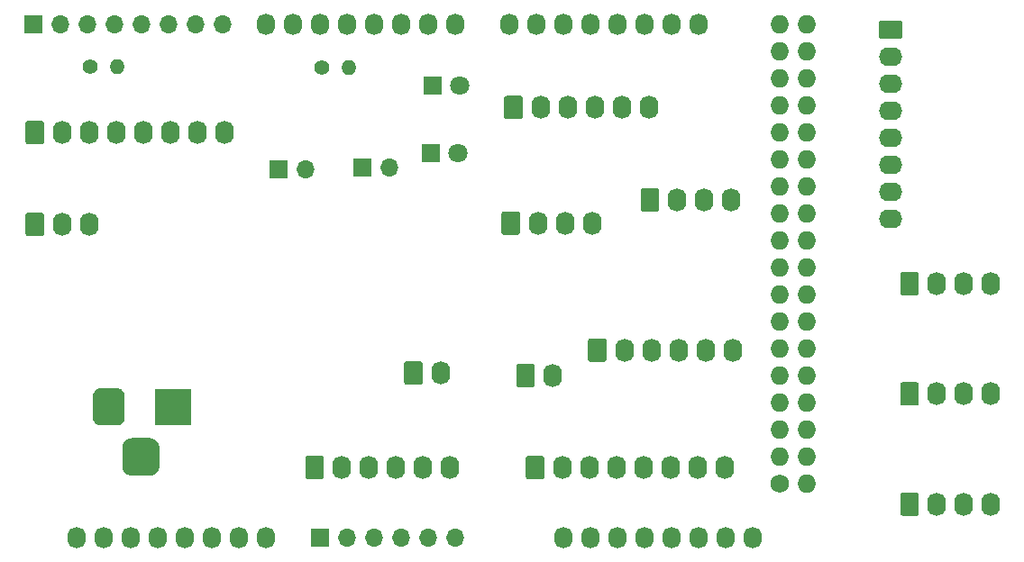
<source format=gbr>
G04 #@! TF.GenerationSoftware,KiCad,Pcbnew,(5.1.5-0-10_14)*
G04 #@! TF.CreationDate,2021-10-24T14:58:30+10:00*
G04 #@! TF.ProjectId,Hornet Forward Output Shield,486f726e-6574-4204-966f-727761726420,rev?*
G04 #@! TF.SameCoordinates,Original*
G04 #@! TF.FileFunction,Soldermask,Top*
G04 #@! TF.FilePolarity,Negative*
%FSLAX46Y46*%
G04 Gerber Fmt 4.6, Leading zero omitted, Abs format (unit mm)*
G04 Created by KiCad (PCBNEW (5.1.5-0-10_14)) date 2021-10-24 14:58:30*
%MOMM*%
%LPD*%
G04 APERTURE LIST*
%ADD10O,1.740000X2.200000*%
%ADD11C,0.100000*%
%ADD12R,3.500000X3.500000*%
%ADD13O,1.700000X1.700000*%
%ADD14R,1.700000X1.700000*%
%ADD15O,2.200000X1.740000*%
%ADD16C,1.400000*%
%ADD17O,1.400000X1.400000*%
%ADD18C,1.800000*%
%ADD19R,1.800000X1.800000*%
%ADD20C,1.727200*%
%ADD21O,1.727200X1.727200*%
%ADD22O,1.727200X2.032000*%
G04 APERTURE END LIST*
D10*
X166370000Y-112522000D03*
X163830000Y-112522000D03*
X161290000Y-112522000D03*
X158750000Y-112522000D03*
X156210000Y-112522000D03*
D11*
G36*
X154314505Y-111423204D02*
G01*
X154338773Y-111426804D01*
X154362572Y-111432765D01*
X154385671Y-111441030D01*
X154407850Y-111451520D01*
X154428893Y-111464132D01*
X154448599Y-111478747D01*
X154466777Y-111495223D01*
X154483253Y-111513401D01*
X154497868Y-111533107D01*
X154510480Y-111554150D01*
X154520970Y-111576329D01*
X154529235Y-111599428D01*
X154535196Y-111623227D01*
X154538796Y-111647495D01*
X154540000Y-111671999D01*
X154540000Y-113372001D01*
X154538796Y-113396505D01*
X154535196Y-113420773D01*
X154529235Y-113444572D01*
X154520970Y-113467671D01*
X154510480Y-113489850D01*
X154497868Y-113510893D01*
X154483253Y-113530599D01*
X154466777Y-113548777D01*
X154448599Y-113565253D01*
X154428893Y-113579868D01*
X154407850Y-113592480D01*
X154385671Y-113602970D01*
X154362572Y-113611235D01*
X154338773Y-113617196D01*
X154314505Y-113620796D01*
X154290001Y-113622000D01*
X153049999Y-113622000D01*
X153025495Y-113620796D01*
X153001227Y-113617196D01*
X152977428Y-113611235D01*
X152954329Y-113602970D01*
X152932150Y-113592480D01*
X152911107Y-113579868D01*
X152891401Y-113565253D01*
X152873223Y-113548777D01*
X152856747Y-113530599D01*
X152842132Y-113510893D01*
X152829520Y-113489850D01*
X152819030Y-113467671D01*
X152810765Y-113444572D01*
X152804804Y-113420773D01*
X152801204Y-113396505D01*
X152800000Y-113372001D01*
X152800000Y-111671999D01*
X152801204Y-111647495D01*
X152804804Y-111623227D01*
X152810765Y-111599428D01*
X152819030Y-111576329D01*
X152829520Y-111554150D01*
X152842132Y-111533107D01*
X152856747Y-111513401D01*
X152873223Y-111495223D01*
X152891401Y-111478747D01*
X152911107Y-111464132D01*
X152932150Y-111451520D01*
X152954329Y-111441030D01*
X152977428Y-111432765D01*
X153001227Y-111426804D01*
X153025495Y-111423204D01*
X153049999Y-111422000D01*
X154290001Y-111422000D01*
X154314505Y-111423204D01*
G37*
D10*
X165481000Y-103632000D03*
D11*
G36*
X163585505Y-102533204D02*
G01*
X163609773Y-102536804D01*
X163633572Y-102542765D01*
X163656671Y-102551030D01*
X163678850Y-102561520D01*
X163699893Y-102574132D01*
X163719599Y-102588747D01*
X163737777Y-102605223D01*
X163754253Y-102623401D01*
X163768868Y-102643107D01*
X163781480Y-102664150D01*
X163791970Y-102686329D01*
X163800235Y-102709428D01*
X163806196Y-102733227D01*
X163809796Y-102757495D01*
X163811000Y-102781999D01*
X163811000Y-104482001D01*
X163809796Y-104506505D01*
X163806196Y-104530773D01*
X163800235Y-104554572D01*
X163791970Y-104577671D01*
X163781480Y-104599850D01*
X163768868Y-104620893D01*
X163754253Y-104640599D01*
X163737777Y-104658777D01*
X163719599Y-104675253D01*
X163699893Y-104689868D01*
X163678850Y-104702480D01*
X163656671Y-104712970D01*
X163633572Y-104721235D01*
X163609773Y-104727196D01*
X163585505Y-104730796D01*
X163561001Y-104732000D01*
X162320999Y-104732000D01*
X162296495Y-104730796D01*
X162272227Y-104727196D01*
X162248428Y-104721235D01*
X162225329Y-104712970D01*
X162203150Y-104702480D01*
X162182107Y-104689868D01*
X162162401Y-104675253D01*
X162144223Y-104658777D01*
X162127747Y-104640599D01*
X162113132Y-104620893D01*
X162100520Y-104599850D01*
X162090030Y-104577671D01*
X162081765Y-104554572D01*
X162075804Y-104530773D01*
X162072204Y-104506505D01*
X162071000Y-104482001D01*
X162071000Y-102781999D01*
X162072204Y-102757495D01*
X162075804Y-102733227D01*
X162081765Y-102709428D01*
X162090030Y-102686329D01*
X162100520Y-102664150D01*
X162113132Y-102643107D01*
X162127747Y-102623401D01*
X162144223Y-102605223D01*
X162162401Y-102588747D01*
X162182107Y-102574132D01*
X162203150Y-102561520D01*
X162225329Y-102551030D01*
X162248428Y-102542765D01*
X162272227Y-102536804D01*
X162296495Y-102533204D01*
X162320999Y-102532000D01*
X163561001Y-102532000D01*
X163585505Y-102533204D01*
G37*
D10*
X145161000Y-81026000D03*
X142621000Y-81026000D03*
X140081000Y-81026000D03*
X137541000Y-81026000D03*
X135001000Y-81026000D03*
X132461000Y-81026000D03*
X129921000Y-81026000D03*
D11*
G36*
X128025505Y-79927204D02*
G01*
X128049773Y-79930804D01*
X128073572Y-79936765D01*
X128096671Y-79945030D01*
X128118850Y-79955520D01*
X128139893Y-79968132D01*
X128159599Y-79982747D01*
X128177777Y-79999223D01*
X128194253Y-80017401D01*
X128208868Y-80037107D01*
X128221480Y-80058150D01*
X128231970Y-80080329D01*
X128240235Y-80103428D01*
X128246196Y-80127227D01*
X128249796Y-80151495D01*
X128251000Y-80175999D01*
X128251000Y-81876001D01*
X128249796Y-81900505D01*
X128246196Y-81924773D01*
X128240235Y-81948572D01*
X128231970Y-81971671D01*
X128221480Y-81993850D01*
X128208868Y-82014893D01*
X128194253Y-82034599D01*
X128177777Y-82052777D01*
X128159599Y-82069253D01*
X128139893Y-82083868D01*
X128118850Y-82096480D01*
X128096671Y-82106970D01*
X128073572Y-82115235D01*
X128049773Y-82121196D01*
X128025505Y-82124796D01*
X128001001Y-82126000D01*
X126760999Y-82126000D01*
X126736495Y-82124796D01*
X126712227Y-82121196D01*
X126688428Y-82115235D01*
X126665329Y-82106970D01*
X126643150Y-82096480D01*
X126622107Y-82083868D01*
X126602401Y-82069253D01*
X126584223Y-82052777D01*
X126567747Y-82034599D01*
X126553132Y-82014893D01*
X126540520Y-81993850D01*
X126530030Y-81971671D01*
X126521765Y-81948572D01*
X126515804Y-81924773D01*
X126512204Y-81900505D01*
X126511000Y-81876001D01*
X126511000Y-80175999D01*
X126512204Y-80151495D01*
X126515804Y-80127227D01*
X126521765Y-80103428D01*
X126530030Y-80080329D01*
X126540520Y-80058150D01*
X126553132Y-80037107D01*
X126567747Y-80017401D01*
X126584223Y-79999223D01*
X126602401Y-79982747D01*
X126622107Y-79968132D01*
X126643150Y-79955520D01*
X126665329Y-79945030D01*
X126688428Y-79936765D01*
X126712227Y-79930804D01*
X126736495Y-79927204D01*
X126760999Y-79926000D01*
X128001001Y-79926000D01*
X128025505Y-79927204D01*
G37*
G36*
X138295765Y-109761213D02*
G01*
X138380704Y-109773813D01*
X138463999Y-109794677D01*
X138544848Y-109823605D01*
X138622472Y-109860319D01*
X138696124Y-109904464D01*
X138765094Y-109955616D01*
X138828718Y-110013282D01*
X138886384Y-110076906D01*
X138937536Y-110145876D01*
X138981681Y-110219528D01*
X139018395Y-110297152D01*
X139047323Y-110378001D01*
X139068187Y-110461296D01*
X139080787Y-110546235D01*
X139085000Y-110632000D01*
X139085000Y-112382000D01*
X139080787Y-112467765D01*
X139068187Y-112552704D01*
X139047323Y-112635999D01*
X139018395Y-112716848D01*
X138981681Y-112794472D01*
X138937536Y-112868124D01*
X138886384Y-112937094D01*
X138828718Y-113000718D01*
X138765094Y-113058384D01*
X138696124Y-113109536D01*
X138622472Y-113153681D01*
X138544848Y-113190395D01*
X138463999Y-113219323D01*
X138380704Y-113240187D01*
X138295765Y-113252787D01*
X138210000Y-113257000D01*
X136460000Y-113257000D01*
X136374235Y-113252787D01*
X136289296Y-113240187D01*
X136206001Y-113219323D01*
X136125152Y-113190395D01*
X136047528Y-113153681D01*
X135973876Y-113109536D01*
X135904906Y-113058384D01*
X135841282Y-113000718D01*
X135783616Y-112937094D01*
X135732464Y-112868124D01*
X135688319Y-112794472D01*
X135651605Y-112716848D01*
X135622677Y-112635999D01*
X135601813Y-112552704D01*
X135589213Y-112467765D01*
X135585000Y-112382000D01*
X135585000Y-110632000D01*
X135589213Y-110546235D01*
X135601813Y-110461296D01*
X135622677Y-110378001D01*
X135651605Y-110297152D01*
X135688319Y-110219528D01*
X135732464Y-110145876D01*
X135783616Y-110076906D01*
X135841282Y-110013282D01*
X135904906Y-109955616D01*
X135973876Y-109904464D01*
X136047528Y-109860319D01*
X136125152Y-109823605D01*
X136206001Y-109794677D01*
X136289296Y-109773813D01*
X136374235Y-109761213D01*
X136460000Y-109757000D01*
X138210000Y-109757000D01*
X138295765Y-109761213D01*
G37*
G36*
X135158513Y-105060611D02*
G01*
X135231318Y-105071411D01*
X135302714Y-105089295D01*
X135372013Y-105114090D01*
X135438548Y-105145559D01*
X135501678Y-105183398D01*
X135560795Y-105227242D01*
X135615330Y-105276670D01*
X135664758Y-105331205D01*
X135708602Y-105390322D01*
X135746441Y-105453452D01*
X135777910Y-105519987D01*
X135802705Y-105589286D01*
X135820589Y-105660682D01*
X135831389Y-105733487D01*
X135835000Y-105807000D01*
X135835000Y-107807000D01*
X135831389Y-107880513D01*
X135820589Y-107953318D01*
X135802705Y-108024714D01*
X135777910Y-108094013D01*
X135746441Y-108160548D01*
X135708602Y-108223678D01*
X135664758Y-108282795D01*
X135615330Y-108337330D01*
X135560795Y-108386758D01*
X135501678Y-108430602D01*
X135438548Y-108468441D01*
X135372013Y-108499910D01*
X135302714Y-108524705D01*
X135231318Y-108542589D01*
X135158513Y-108553389D01*
X135085000Y-108557000D01*
X133585000Y-108557000D01*
X133511487Y-108553389D01*
X133438682Y-108542589D01*
X133367286Y-108524705D01*
X133297987Y-108499910D01*
X133231452Y-108468441D01*
X133168322Y-108430602D01*
X133109205Y-108386758D01*
X133054670Y-108337330D01*
X133005242Y-108282795D01*
X132961398Y-108223678D01*
X132923559Y-108160548D01*
X132892090Y-108094013D01*
X132867295Y-108024714D01*
X132849411Y-107953318D01*
X132838611Y-107880513D01*
X132835000Y-107807000D01*
X132835000Y-105807000D01*
X132838611Y-105733487D01*
X132849411Y-105660682D01*
X132867295Y-105589286D01*
X132892090Y-105519987D01*
X132923559Y-105453452D01*
X132961398Y-105390322D01*
X133005242Y-105331205D01*
X133054670Y-105276670D01*
X133109205Y-105227242D01*
X133168322Y-105183398D01*
X133231452Y-105145559D01*
X133297987Y-105114090D01*
X133367286Y-105089295D01*
X133438682Y-105071411D01*
X133511487Y-105060611D01*
X133585000Y-105057000D01*
X135085000Y-105057000D01*
X135158513Y-105060611D01*
G37*
D12*
X140335000Y-106807000D03*
D13*
X152781000Y-84455000D03*
D14*
X150241000Y-84455000D03*
D13*
X160655000Y-84328000D03*
D14*
X158115000Y-84328000D03*
D10*
X179705000Y-89535000D03*
X177165000Y-89535000D03*
X174625000Y-89535000D03*
D11*
G36*
X172729505Y-88436204D02*
G01*
X172753773Y-88439804D01*
X172777572Y-88445765D01*
X172800671Y-88454030D01*
X172822850Y-88464520D01*
X172843893Y-88477132D01*
X172863599Y-88491747D01*
X172881777Y-88508223D01*
X172898253Y-88526401D01*
X172912868Y-88546107D01*
X172925480Y-88567150D01*
X172935970Y-88589329D01*
X172944235Y-88612428D01*
X172950196Y-88636227D01*
X172953796Y-88660495D01*
X172955000Y-88684999D01*
X172955000Y-90385001D01*
X172953796Y-90409505D01*
X172950196Y-90433773D01*
X172944235Y-90457572D01*
X172935970Y-90480671D01*
X172925480Y-90502850D01*
X172912868Y-90523893D01*
X172898253Y-90543599D01*
X172881777Y-90561777D01*
X172863599Y-90578253D01*
X172843893Y-90592868D01*
X172822850Y-90605480D01*
X172800671Y-90615970D01*
X172777572Y-90624235D01*
X172753773Y-90630196D01*
X172729505Y-90633796D01*
X172705001Y-90635000D01*
X171464999Y-90635000D01*
X171440495Y-90633796D01*
X171416227Y-90630196D01*
X171392428Y-90624235D01*
X171369329Y-90615970D01*
X171347150Y-90605480D01*
X171326107Y-90592868D01*
X171306401Y-90578253D01*
X171288223Y-90561777D01*
X171271747Y-90543599D01*
X171257132Y-90523893D01*
X171244520Y-90502850D01*
X171234030Y-90480671D01*
X171225765Y-90457572D01*
X171219804Y-90433773D01*
X171216204Y-90409505D01*
X171215000Y-90385001D01*
X171215000Y-88684999D01*
X171216204Y-88660495D01*
X171219804Y-88636227D01*
X171225765Y-88612428D01*
X171234030Y-88589329D01*
X171244520Y-88567150D01*
X171257132Y-88546107D01*
X171271747Y-88526401D01*
X171288223Y-88508223D01*
X171306401Y-88491747D01*
X171326107Y-88477132D01*
X171347150Y-88464520D01*
X171369329Y-88454030D01*
X171392428Y-88445765D01*
X171416227Y-88439804D01*
X171440495Y-88436204D01*
X171464999Y-88435000D01*
X172705001Y-88435000D01*
X172729505Y-88436204D01*
G37*
D10*
X192786000Y-87376000D03*
X190246000Y-87376000D03*
X187706000Y-87376000D03*
D11*
G36*
X185810505Y-86277204D02*
G01*
X185834773Y-86280804D01*
X185858572Y-86286765D01*
X185881671Y-86295030D01*
X185903850Y-86305520D01*
X185924893Y-86318132D01*
X185944599Y-86332747D01*
X185962777Y-86349223D01*
X185979253Y-86367401D01*
X185993868Y-86387107D01*
X186006480Y-86408150D01*
X186016970Y-86430329D01*
X186025235Y-86453428D01*
X186031196Y-86477227D01*
X186034796Y-86501495D01*
X186036000Y-86525999D01*
X186036000Y-88226001D01*
X186034796Y-88250505D01*
X186031196Y-88274773D01*
X186025235Y-88298572D01*
X186016970Y-88321671D01*
X186006480Y-88343850D01*
X185993868Y-88364893D01*
X185979253Y-88384599D01*
X185962777Y-88402777D01*
X185944599Y-88419253D01*
X185924893Y-88433868D01*
X185903850Y-88446480D01*
X185881671Y-88456970D01*
X185858572Y-88465235D01*
X185834773Y-88471196D01*
X185810505Y-88474796D01*
X185786001Y-88476000D01*
X184545999Y-88476000D01*
X184521495Y-88474796D01*
X184497227Y-88471196D01*
X184473428Y-88465235D01*
X184450329Y-88456970D01*
X184428150Y-88446480D01*
X184407107Y-88433868D01*
X184387401Y-88419253D01*
X184369223Y-88402777D01*
X184352747Y-88384599D01*
X184338132Y-88364893D01*
X184325520Y-88343850D01*
X184315030Y-88321671D01*
X184306765Y-88298572D01*
X184300804Y-88274773D01*
X184297204Y-88250505D01*
X184296000Y-88226001D01*
X184296000Y-86525999D01*
X184297204Y-86501495D01*
X184300804Y-86477227D01*
X184306765Y-86453428D01*
X184315030Y-86430329D01*
X184325520Y-86408150D01*
X184338132Y-86387107D01*
X184352747Y-86367401D01*
X184369223Y-86349223D01*
X184387401Y-86332747D01*
X184407107Y-86318132D01*
X184428150Y-86305520D01*
X184450329Y-86295030D01*
X184473428Y-86286765D01*
X184497227Y-86280804D01*
X184521495Y-86277204D01*
X184545999Y-86276000D01*
X185786001Y-86276000D01*
X185810505Y-86277204D01*
G37*
D10*
X192151000Y-112522000D03*
X189611000Y-112522000D03*
X187071000Y-112522000D03*
X184531000Y-112522000D03*
X181991000Y-112522000D03*
X179451000Y-112522000D03*
X176911000Y-112522000D03*
D11*
G36*
X175015505Y-111423204D02*
G01*
X175039773Y-111426804D01*
X175063572Y-111432765D01*
X175086671Y-111441030D01*
X175108850Y-111451520D01*
X175129893Y-111464132D01*
X175149599Y-111478747D01*
X175167777Y-111495223D01*
X175184253Y-111513401D01*
X175198868Y-111533107D01*
X175211480Y-111554150D01*
X175221970Y-111576329D01*
X175230235Y-111599428D01*
X175236196Y-111623227D01*
X175239796Y-111647495D01*
X175241000Y-111671999D01*
X175241000Y-113372001D01*
X175239796Y-113396505D01*
X175236196Y-113420773D01*
X175230235Y-113444572D01*
X175221970Y-113467671D01*
X175211480Y-113489850D01*
X175198868Y-113510893D01*
X175184253Y-113530599D01*
X175167777Y-113548777D01*
X175149599Y-113565253D01*
X175129893Y-113579868D01*
X175108850Y-113592480D01*
X175086671Y-113602970D01*
X175063572Y-113611235D01*
X175039773Y-113617196D01*
X175015505Y-113620796D01*
X174991001Y-113622000D01*
X173750999Y-113622000D01*
X173726495Y-113620796D01*
X173702227Y-113617196D01*
X173678428Y-113611235D01*
X173655329Y-113602970D01*
X173633150Y-113592480D01*
X173612107Y-113579868D01*
X173592401Y-113565253D01*
X173574223Y-113548777D01*
X173557747Y-113530599D01*
X173543132Y-113510893D01*
X173530520Y-113489850D01*
X173520030Y-113467671D01*
X173511765Y-113444572D01*
X173505804Y-113420773D01*
X173502204Y-113396505D01*
X173501000Y-113372001D01*
X173501000Y-111671999D01*
X173502204Y-111647495D01*
X173505804Y-111623227D01*
X173511765Y-111599428D01*
X173520030Y-111576329D01*
X173530520Y-111554150D01*
X173543132Y-111533107D01*
X173557747Y-111513401D01*
X173574223Y-111495223D01*
X173592401Y-111478747D01*
X173612107Y-111464132D01*
X173633150Y-111451520D01*
X173655329Y-111441030D01*
X173678428Y-111432765D01*
X173702227Y-111426804D01*
X173726495Y-111423204D01*
X173750999Y-111422000D01*
X174991001Y-111422000D01*
X175015505Y-111423204D01*
G37*
D10*
X217170000Y-105600000D03*
X214630000Y-105600000D03*
X212090000Y-105600000D03*
D11*
G36*
X210194505Y-104501204D02*
G01*
X210218773Y-104504804D01*
X210242572Y-104510765D01*
X210265671Y-104519030D01*
X210287850Y-104529520D01*
X210308893Y-104542132D01*
X210328599Y-104556747D01*
X210346777Y-104573223D01*
X210363253Y-104591401D01*
X210377868Y-104611107D01*
X210390480Y-104632150D01*
X210400970Y-104654329D01*
X210409235Y-104677428D01*
X210415196Y-104701227D01*
X210418796Y-104725495D01*
X210420000Y-104749999D01*
X210420000Y-106450001D01*
X210418796Y-106474505D01*
X210415196Y-106498773D01*
X210409235Y-106522572D01*
X210400970Y-106545671D01*
X210390480Y-106567850D01*
X210377868Y-106588893D01*
X210363253Y-106608599D01*
X210346777Y-106626777D01*
X210328599Y-106643253D01*
X210308893Y-106657868D01*
X210287850Y-106670480D01*
X210265671Y-106680970D01*
X210242572Y-106689235D01*
X210218773Y-106695196D01*
X210194505Y-106698796D01*
X210170001Y-106700000D01*
X208929999Y-106700000D01*
X208905495Y-106698796D01*
X208881227Y-106695196D01*
X208857428Y-106689235D01*
X208834329Y-106680970D01*
X208812150Y-106670480D01*
X208791107Y-106657868D01*
X208771401Y-106643253D01*
X208753223Y-106626777D01*
X208736747Y-106608599D01*
X208722132Y-106588893D01*
X208709520Y-106567850D01*
X208699030Y-106545671D01*
X208690765Y-106522572D01*
X208684804Y-106498773D01*
X208681204Y-106474505D01*
X208680000Y-106450001D01*
X208680000Y-104749999D01*
X208681204Y-104725495D01*
X208684804Y-104701227D01*
X208690765Y-104677428D01*
X208699030Y-104654329D01*
X208709520Y-104632150D01*
X208722132Y-104611107D01*
X208736747Y-104591401D01*
X208753223Y-104573223D01*
X208771401Y-104556747D01*
X208791107Y-104542132D01*
X208812150Y-104529520D01*
X208834329Y-104519030D01*
X208857428Y-104510765D01*
X208881227Y-104504804D01*
X208905495Y-104501204D01*
X208929999Y-104500000D01*
X210170001Y-104500000D01*
X210194505Y-104501204D01*
G37*
D10*
X217170000Y-115951000D03*
X214630000Y-115951000D03*
X212090000Y-115951000D03*
D11*
G36*
X210194505Y-114852204D02*
G01*
X210218773Y-114855804D01*
X210242572Y-114861765D01*
X210265671Y-114870030D01*
X210287850Y-114880520D01*
X210308893Y-114893132D01*
X210328599Y-114907747D01*
X210346777Y-114924223D01*
X210363253Y-114942401D01*
X210377868Y-114962107D01*
X210390480Y-114983150D01*
X210400970Y-115005329D01*
X210409235Y-115028428D01*
X210415196Y-115052227D01*
X210418796Y-115076495D01*
X210420000Y-115100999D01*
X210420000Y-116801001D01*
X210418796Y-116825505D01*
X210415196Y-116849773D01*
X210409235Y-116873572D01*
X210400970Y-116896671D01*
X210390480Y-116918850D01*
X210377868Y-116939893D01*
X210363253Y-116959599D01*
X210346777Y-116977777D01*
X210328599Y-116994253D01*
X210308893Y-117008868D01*
X210287850Y-117021480D01*
X210265671Y-117031970D01*
X210242572Y-117040235D01*
X210218773Y-117046196D01*
X210194505Y-117049796D01*
X210170001Y-117051000D01*
X208929999Y-117051000D01*
X208905495Y-117049796D01*
X208881227Y-117046196D01*
X208857428Y-117040235D01*
X208834329Y-117031970D01*
X208812150Y-117021480D01*
X208791107Y-117008868D01*
X208771401Y-116994253D01*
X208753223Y-116977777D01*
X208736747Y-116959599D01*
X208722132Y-116939893D01*
X208709520Y-116918850D01*
X208699030Y-116896671D01*
X208690765Y-116873572D01*
X208684804Y-116849773D01*
X208681204Y-116825505D01*
X208680000Y-116801001D01*
X208680000Y-115100999D01*
X208681204Y-115076495D01*
X208684804Y-115052227D01*
X208690765Y-115028428D01*
X208699030Y-115005329D01*
X208709520Y-114983150D01*
X208722132Y-114962107D01*
X208736747Y-114942401D01*
X208753223Y-114924223D01*
X208771401Y-114907747D01*
X208791107Y-114893132D01*
X208812150Y-114880520D01*
X208834329Y-114870030D01*
X208857428Y-114861765D01*
X208881227Y-114855804D01*
X208905495Y-114852204D01*
X208929999Y-114851000D01*
X210170001Y-114851000D01*
X210194505Y-114852204D01*
G37*
D15*
X207772000Y-89154000D03*
X207772000Y-86614000D03*
X207772000Y-84074000D03*
X207772000Y-81534000D03*
X207772000Y-78994000D03*
X207772000Y-76454000D03*
X207772000Y-73914000D03*
D11*
G36*
X208646505Y-70505204D02*
G01*
X208670773Y-70508804D01*
X208694572Y-70514765D01*
X208717671Y-70523030D01*
X208739850Y-70533520D01*
X208760893Y-70546132D01*
X208780599Y-70560747D01*
X208798777Y-70577223D01*
X208815253Y-70595401D01*
X208829868Y-70615107D01*
X208842480Y-70636150D01*
X208852970Y-70658329D01*
X208861235Y-70681428D01*
X208867196Y-70705227D01*
X208870796Y-70729495D01*
X208872000Y-70753999D01*
X208872000Y-71994001D01*
X208870796Y-72018505D01*
X208867196Y-72042773D01*
X208861235Y-72066572D01*
X208852970Y-72089671D01*
X208842480Y-72111850D01*
X208829868Y-72132893D01*
X208815253Y-72152599D01*
X208798777Y-72170777D01*
X208780599Y-72187253D01*
X208760893Y-72201868D01*
X208739850Y-72214480D01*
X208717671Y-72224970D01*
X208694572Y-72233235D01*
X208670773Y-72239196D01*
X208646505Y-72242796D01*
X208622001Y-72244000D01*
X206921999Y-72244000D01*
X206897495Y-72242796D01*
X206873227Y-72239196D01*
X206849428Y-72233235D01*
X206826329Y-72224970D01*
X206804150Y-72214480D01*
X206783107Y-72201868D01*
X206763401Y-72187253D01*
X206745223Y-72170777D01*
X206728747Y-72152599D01*
X206714132Y-72132893D01*
X206701520Y-72111850D01*
X206691030Y-72089671D01*
X206682765Y-72066572D01*
X206676804Y-72042773D01*
X206673204Y-72018505D01*
X206672000Y-71994001D01*
X206672000Y-70753999D01*
X206673204Y-70729495D01*
X206676804Y-70705227D01*
X206682765Y-70681428D01*
X206691030Y-70658329D01*
X206701520Y-70636150D01*
X206714132Y-70615107D01*
X206728747Y-70595401D01*
X206745223Y-70577223D01*
X206763401Y-70560747D01*
X206783107Y-70546132D01*
X206804150Y-70533520D01*
X206826329Y-70523030D01*
X206849428Y-70514765D01*
X206873227Y-70508804D01*
X206897495Y-70505204D01*
X206921999Y-70504000D01*
X208622001Y-70504000D01*
X208646505Y-70505204D01*
G37*
D10*
X217170000Y-95250000D03*
X214630000Y-95250000D03*
X212090000Y-95250000D03*
D11*
G36*
X210194505Y-94151204D02*
G01*
X210218773Y-94154804D01*
X210242572Y-94160765D01*
X210265671Y-94169030D01*
X210287850Y-94179520D01*
X210308893Y-94192132D01*
X210328599Y-94206747D01*
X210346777Y-94223223D01*
X210363253Y-94241401D01*
X210377868Y-94261107D01*
X210390480Y-94282150D01*
X210400970Y-94304329D01*
X210409235Y-94327428D01*
X210415196Y-94351227D01*
X210418796Y-94375495D01*
X210420000Y-94399999D01*
X210420000Y-96100001D01*
X210418796Y-96124505D01*
X210415196Y-96148773D01*
X210409235Y-96172572D01*
X210400970Y-96195671D01*
X210390480Y-96217850D01*
X210377868Y-96238893D01*
X210363253Y-96258599D01*
X210346777Y-96276777D01*
X210328599Y-96293253D01*
X210308893Y-96307868D01*
X210287850Y-96320480D01*
X210265671Y-96330970D01*
X210242572Y-96339235D01*
X210218773Y-96345196D01*
X210194505Y-96348796D01*
X210170001Y-96350000D01*
X208929999Y-96350000D01*
X208905495Y-96348796D01*
X208881227Y-96345196D01*
X208857428Y-96339235D01*
X208834329Y-96330970D01*
X208812150Y-96320480D01*
X208791107Y-96307868D01*
X208771401Y-96293253D01*
X208753223Y-96276777D01*
X208736747Y-96258599D01*
X208722132Y-96238893D01*
X208709520Y-96217850D01*
X208699030Y-96195671D01*
X208690765Y-96172572D01*
X208684804Y-96148773D01*
X208681204Y-96124505D01*
X208680000Y-96100001D01*
X208680000Y-94399999D01*
X208681204Y-94375495D01*
X208684804Y-94351227D01*
X208690765Y-94327428D01*
X208699030Y-94304329D01*
X208709520Y-94282150D01*
X208722132Y-94261107D01*
X208736747Y-94241401D01*
X208753223Y-94223223D01*
X208771401Y-94206747D01*
X208791107Y-94192132D01*
X208812150Y-94179520D01*
X208834329Y-94169030D01*
X208857428Y-94160765D01*
X208881227Y-94154804D01*
X208905495Y-94151204D01*
X208929999Y-94150000D01*
X210170001Y-94150000D01*
X210194505Y-94151204D01*
G37*
D10*
X192913000Y-101473000D03*
X190373000Y-101473000D03*
X187833000Y-101473000D03*
X185293000Y-101473000D03*
X182753000Y-101473000D03*
D11*
G36*
X180857505Y-100374204D02*
G01*
X180881773Y-100377804D01*
X180905572Y-100383765D01*
X180928671Y-100392030D01*
X180950850Y-100402520D01*
X180971893Y-100415132D01*
X180991599Y-100429747D01*
X181009777Y-100446223D01*
X181026253Y-100464401D01*
X181040868Y-100484107D01*
X181053480Y-100505150D01*
X181063970Y-100527329D01*
X181072235Y-100550428D01*
X181078196Y-100574227D01*
X181081796Y-100598495D01*
X181083000Y-100622999D01*
X181083000Y-102323001D01*
X181081796Y-102347505D01*
X181078196Y-102371773D01*
X181072235Y-102395572D01*
X181063970Y-102418671D01*
X181053480Y-102440850D01*
X181040868Y-102461893D01*
X181026253Y-102481599D01*
X181009777Y-102499777D01*
X180991599Y-102516253D01*
X180971893Y-102530868D01*
X180950850Y-102543480D01*
X180928671Y-102553970D01*
X180905572Y-102562235D01*
X180881773Y-102568196D01*
X180857505Y-102571796D01*
X180833001Y-102573000D01*
X179592999Y-102573000D01*
X179568495Y-102571796D01*
X179544227Y-102568196D01*
X179520428Y-102562235D01*
X179497329Y-102553970D01*
X179475150Y-102543480D01*
X179454107Y-102530868D01*
X179434401Y-102516253D01*
X179416223Y-102499777D01*
X179399747Y-102481599D01*
X179385132Y-102461893D01*
X179372520Y-102440850D01*
X179362030Y-102418671D01*
X179353765Y-102395572D01*
X179347804Y-102371773D01*
X179344204Y-102347505D01*
X179343000Y-102323001D01*
X179343000Y-100622999D01*
X179344204Y-100598495D01*
X179347804Y-100574227D01*
X179353765Y-100550428D01*
X179362030Y-100527329D01*
X179372520Y-100505150D01*
X179385132Y-100484107D01*
X179399747Y-100464401D01*
X179416223Y-100446223D01*
X179434401Y-100429747D01*
X179454107Y-100415132D01*
X179475150Y-100402520D01*
X179497329Y-100392030D01*
X179520428Y-100383765D01*
X179544227Y-100377804D01*
X179568495Y-100374204D01*
X179592999Y-100373000D01*
X180833001Y-100373000D01*
X180857505Y-100374204D01*
G37*
D10*
X132461000Y-89662000D03*
X129921000Y-89662000D03*
D11*
G36*
X128025505Y-88563204D02*
G01*
X128049773Y-88566804D01*
X128073572Y-88572765D01*
X128096671Y-88581030D01*
X128118850Y-88591520D01*
X128139893Y-88604132D01*
X128159599Y-88618747D01*
X128177777Y-88635223D01*
X128194253Y-88653401D01*
X128208868Y-88673107D01*
X128221480Y-88694150D01*
X128231970Y-88716329D01*
X128240235Y-88739428D01*
X128246196Y-88763227D01*
X128249796Y-88787495D01*
X128251000Y-88811999D01*
X128251000Y-90512001D01*
X128249796Y-90536505D01*
X128246196Y-90560773D01*
X128240235Y-90584572D01*
X128231970Y-90607671D01*
X128221480Y-90629850D01*
X128208868Y-90650893D01*
X128194253Y-90670599D01*
X128177777Y-90688777D01*
X128159599Y-90705253D01*
X128139893Y-90719868D01*
X128118850Y-90732480D01*
X128096671Y-90742970D01*
X128073572Y-90751235D01*
X128049773Y-90757196D01*
X128025505Y-90760796D01*
X128001001Y-90762000D01*
X126760999Y-90762000D01*
X126736495Y-90760796D01*
X126712227Y-90757196D01*
X126688428Y-90751235D01*
X126665329Y-90742970D01*
X126643150Y-90732480D01*
X126622107Y-90719868D01*
X126602401Y-90705253D01*
X126584223Y-90688777D01*
X126567747Y-90670599D01*
X126553132Y-90650893D01*
X126540520Y-90629850D01*
X126530030Y-90607671D01*
X126521765Y-90584572D01*
X126515804Y-90560773D01*
X126512204Y-90536505D01*
X126511000Y-90512001D01*
X126511000Y-88811999D01*
X126512204Y-88787495D01*
X126515804Y-88763227D01*
X126521765Y-88739428D01*
X126530030Y-88716329D01*
X126540520Y-88694150D01*
X126553132Y-88673107D01*
X126567747Y-88653401D01*
X126584223Y-88635223D01*
X126602401Y-88618747D01*
X126622107Y-88604132D01*
X126643150Y-88591520D01*
X126665329Y-88581030D01*
X126688428Y-88572765D01*
X126712227Y-88566804D01*
X126736495Y-88563204D01*
X126760999Y-88562000D01*
X128001001Y-88562000D01*
X128025505Y-88563204D01*
G37*
D16*
X154305000Y-74930000D03*
D17*
X156845000Y-74930000D03*
D16*
X132588000Y-74803000D03*
D17*
X135128000Y-74803000D03*
D10*
X185039000Y-78676500D03*
X182499000Y-78676500D03*
X179959000Y-78676500D03*
X177419000Y-78676500D03*
X174879000Y-78676500D03*
D11*
G36*
X172983505Y-77577704D02*
G01*
X173007773Y-77581304D01*
X173031572Y-77587265D01*
X173054671Y-77595530D01*
X173076850Y-77606020D01*
X173097893Y-77618632D01*
X173117599Y-77633247D01*
X173135777Y-77649723D01*
X173152253Y-77667901D01*
X173166868Y-77687607D01*
X173179480Y-77708650D01*
X173189970Y-77730829D01*
X173198235Y-77753928D01*
X173204196Y-77777727D01*
X173207796Y-77801995D01*
X173209000Y-77826499D01*
X173209000Y-79526501D01*
X173207796Y-79551005D01*
X173204196Y-79575273D01*
X173198235Y-79599072D01*
X173189970Y-79622171D01*
X173179480Y-79644350D01*
X173166868Y-79665393D01*
X173152253Y-79685099D01*
X173135777Y-79703277D01*
X173117599Y-79719753D01*
X173097893Y-79734368D01*
X173076850Y-79746980D01*
X173054671Y-79757470D01*
X173031572Y-79765735D01*
X173007773Y-79771696D01*
X172983505Y-79775296D01*
X172959001Y-79776500D01*
X171718999Y-79776500D01*
X171694495Y-79775296D01*
X171670227Y-79771696D01*
X171646428Y-79765735D01*
X171623329Y-79757470D01*
X171601150Y-79746980D01*
X171580107Y-79734368D01*
X171560401Y-79719753D01*
X171542223Y-79703277D01*
X171525747Y-79685099D01*
X171511132Y-79665393D01*
X171498520Y-79644350D01*
X171488030Y-79622171D01*
X171479765Y-79599072D01*
X171473804Y-79575273D01*
X171470204Y-79551005D01*
X171469000Y-79526501D01*
X171469000Y-77826499D01*
X171470204Y-77801995D01*
X171473804Y-77777727D01*
X171479765Y-77753928D01*
X171488030Y-77730829D01*
X171498520Y-77708650D01*
X171511132Y-77687607D01*
X171525747Y-77667901D01*
X171542223Y-77649723D01*
X171560401Y-77633247D01*
X171580107Y-77618632D01*
X171601150Y-77606020D01*
X171623329Y-77595530D01*
X171646428Y-77587265D01*
X171670227Y-77581304D01*
X171694495Y-77577704D01*
X171718999Y-77576500D01*
X172959001Y-77576500D01*
X172983505Y-77577704D01*
G37*
D10*
X176022000Y-103886000D03*
D11*
G36*
X174126505Y-102787204D02*
G01*
X174150773Y-102790804D01*
X174174572Y-102796765D01*
X174197671Y-102805030D01*
X174219850Y-102815520D01*
X174240893Y-102828132D01*
X174260599Y-102842747D01*
X174278777Y-102859223D01*
X174295253Y-102877401D01*
X174309868Y-102897107D01*
X174322480Y-102918150D01*
X174332970Y-102940329D01*
X174341235Y-102963428D01*
X174347196Y-102987227D01*
X174350796Y-103011495D01*
X174352000Y-103035999D01*
X174352000Y-104736001D01*
X174350796Y-104760505D01*
X174347196Y-104784773D01*
X174341235Y-104808572D01*
X174332970Y-104831671D01*
X174322480Y-104853850D01*
X174309868Y-104874893D01*
X174295253Y-104894599D01*
X174278777Y-104912777D01*
X174260599Y-104929253D01*
X174240893Y-104943868D01*
X174219850Y-104956480D01*
X174197671Y-104966970D01*
X174174572Y-104975235D01*
X174150773Y-104981196D01*
X174126505Y-104984796D01*
X174102001Y-104986000D01*
X172861999Y-104986000D01*
X172837495Y-104984796D01*
X172813227Y-104981196D01*
X172789428Y-104975235D01*
X172766329Y-104966970D01*
X172744150Y-104956480D01*
X172723107Y-104943868D01*
X172703401Y-104929253D01*
X172685223Y-104912777D01*
X172668747Y-104894599D01*
X172654132Y-104874893D01*
X172641520Y-104853850D01*
X172631030Y-104831671D01*
X172622765Y-104808572D01*
X172616804Y-104784773D01*
X172613204Y-104760505D01*
X172612000Y-104736001D01*
X172612000Y-103035999D01*
X172613204Y-103011495D01*
X172616804Y-102987227D01*
X172622765Y-102963428D01*
X172631030Y-102940329D01*
X172641520Y-102918150D01*
X172654132Y-102897107D01*
X172668747Y-102877401D01*
X172685223Y-102859223D01*
X172703401Y-102842747D01*
X172723107Y-102828132D01*
X172744150Y-102815520D01*
X172766329Y-102805030D01*
X172789428Y-102796765D01*
X172813227Y-102790804D01*
X172837495Y-102787204D01*
X172861999Y-102786000D01*
X174102001Y-102786000D01*
X174126505Y-102787204D01*
G37*
D18*
X167132000Y-82931000D03*
D19*
X164592000Y-82931000D03*
D18*
X167259000Y-76581000D03*
D19*
X164719000Y-76581000D03*
D13*
X145034000Y-70866000D03*
X142494000Y-70866000D03*
X139954000Y-70866000D03*
X137414000Y-70866000D03*
X134874000Y-70866000D03*
X132334000Y-70866000D03*
X129794000Y-70866000D03*
D14*
X127254000Y-70866000D03*
D13*
X166878000Y-119126000D03*
X164338000Y-119126000D03*
X161798000Y-119126000D03*
X159258000Y-119126000D03*
X156718000Y-119126000D03*
D14*
X154178000Y-119126000D03*
D20*
X197358000Y-114046000D03*
D21*
X199898000Y-114046000D03*
X197358000Y-111506000D03*
X199898000Y-111506000D03*
X197358000Y-108966000D03*
X199898000Y-108966000D03*
X197358000Y-106426000D03*
X199898000Y-106426000D03*
X197358000Y-103886000D03*
X199898000Y-103886000D03*
X197358000Y-101346000D03*
X199898000Y-101346000D03*
X197358000Y-98806000D03*
X199898000Y-98806000D03*
X197358000Y-96266000D03*
X199898000Y-96266000D03*
X197358000Y-93726000D03*
X199898000Y-93726000D03*
X197358000Y-91186000D03*
X199898000Y-91186000D03*
X197358000Y-88646000D03*
X199898000Y-88646000D03*
X197358000Y-86106000D03*
X199898000Y-86106000D03*
X197358000Y-83566000D03*
X199898000Y-83566000D03*
X197358000Y-81026000D03*
X199898000Y-81026000D03*
X197358000Y-78486000D03*
X199898000Y-78486000D03*
X197358000Y-75946000D03*
X199898000Y-75946000D03*
X197358000Y-73406000D03*
X199898000Y-73406000D03*
X197358000Y-70866000D03*
X199898000Y-70866000D03*
D22*
X131318000Y-119126000D03*
X133858000Y-119126000D03*
X136398000Y-119126000D03*
X138938000Y-119126000D03*
X141478000Y-119126000D03*
X144018000Y-119126000D03*
X146558000Y-119126000D03*
X149098000Y-119126000D03*
X177038000Y-119126000D03*
X179578000Y-119126000D03*
X182118000Y-119126000D03*
X184658000Y-119126000D03*
X187198000Y-119126000D03*
X189738000Y-119126000D03*
X192278000Y-119126000D03*
X194818000Y-119126000D03*
X149098000Y-70866000D03*
X151638000Y-70866000D03*
X154178000Y-70866000D03*
X156718000Y-70866000D03*
X159258000Y-70866000D03*
X161798000Y-70866000D03*
X164338000Y-70866000D03*
X166878000Y-70866000D03*
X171958000Y-70866000D03*
X174498000Y-70866000D03*
X177038000Y-70866000D03*
X179578000Y-70866000D03*
X182118000Y-70866000D03*
X184658000Y-70866000D03*
X187198000Y-70866000D03*
X189738000Y-70866000D03*
M02*

</source>
